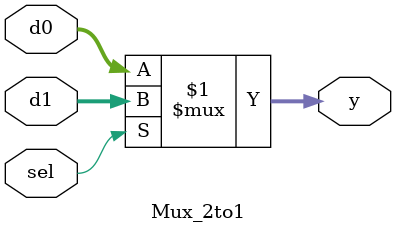
<source format=v>
module Mux_2to1 #(parameter WIDTH = 32)(
    input [WIDTH-1:0] d0, d1,
    input sel,
    output [WIDTH-1:0] y
);
    assign y = (sel) ? d1 : d0;
endmodule
</source>
